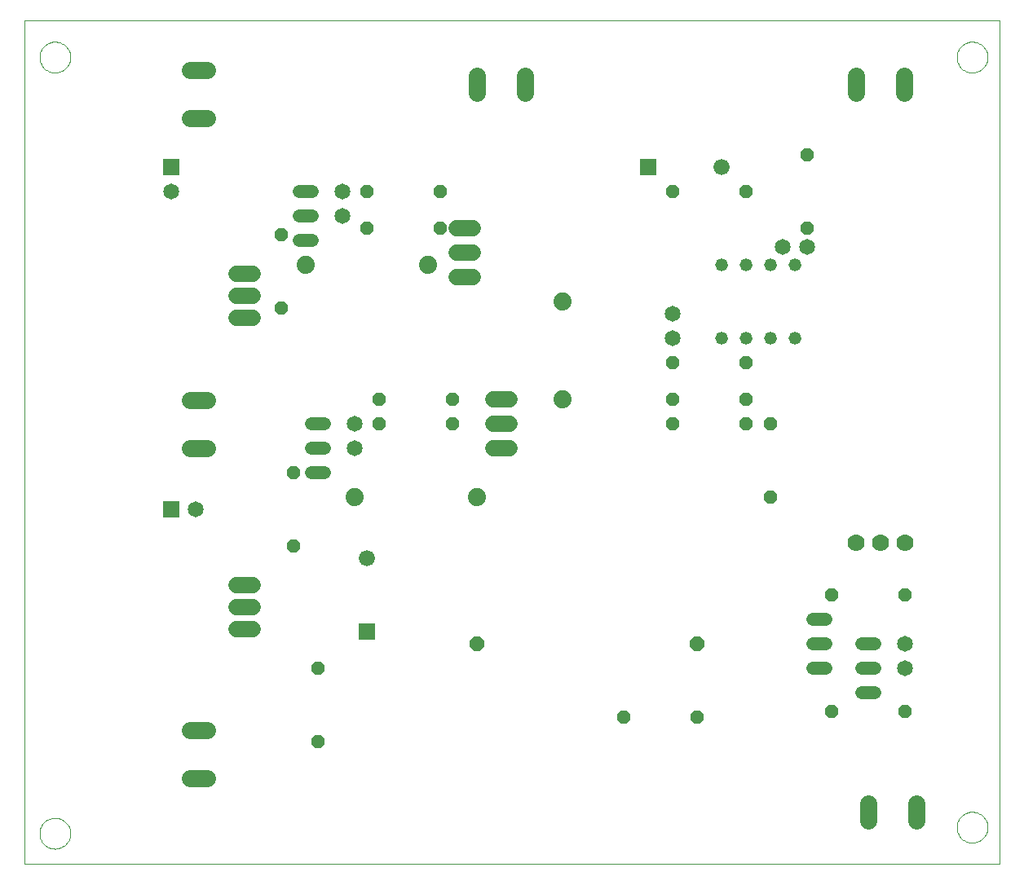
<source format=gtl>
G75*
%MOIN*%
%OFA0B0*%
%FSLAX24Y24*%
%IPPOS*%
%LPD*%
%AMOC8*
5,1,8,0,0,1.08239X$1,22.5*
%
%ADD10C,0.0000*%
%ADD11C,0.0520*%
%ADD12OC8,0.0520*%
%ADD13C,0.0650*%
%ADD14C,0.0520*%
%ADD15C,0.0700*%
%ADD16C,0.0660*%
%ADD17OC8,0.0600*%
%ADD18C,0.0660*%
%ADD19R,0.0650X0.0650*%
%ADD20C,0.0740*%
%ADD21C,0.0700*%
D10*
X000350Y002500D02*
X000350Y036996D01*
X040220Y036996D01*
X040220Y002500D01*
X000350Y002500D01*
X000970Y003750D02*
X000972Y003800D01*
X000978Y003850D01*
X000988Y003899D01*
X001002Y003947D01*
X001019Y003994D01*
X001040Y004039D01*
X001065Y004083D01*
X001093Y004124D01*
X001125Y004163D01*
X001159Y004200D01*
X001196Y004234D01*
X001236Y004264D01*
X001278Y004291D01*
X001322Y004315D01*
X001368Y004336D01*
X001415Y004352D01*
X001463Y004365D01*
X001513Y004374D01*
X001562Y004379D01*
X001613Y004380D01*
X001663Y004377D01*
X001712Y004370D01*
X001761Y004359D01*
X001809Y004344D01*
X001855Y004326D01*
X001900Y004304D01*
X001943Y004278D01*
X001984Y004249D01*
X002023Y004217D01*
X002059Y004182D01*
X002091Y004144D01*
X002121Y004104D01*
X002148Y004061D01*
X002171Y004017D01*
X002190Y003971D01*
X002206Y003923D01*
X002218Y003874D01*
X002226Y003825D01*
X002230Y003775D01*
X002230Y003725D01*
X002226Y003675D01*
X002218Y003626D01*
X002206Y003577D01*
X002190Y003529D01*
X002171Y003483D01*
X002148Y003439D01*
X002121Y003396D01*
X002091Y003356D01*
X002059Y003318D01*
X002023Y003283D01*
X001984Y003251D01*
X001943Y003222D01*
X001900Y003196D01*
X001855Y003174D01*
X001809Y003156D01*
X001761Y003141D01*
X001712Y003130D01*
X001663Y003123D01*
X001613Y003120D01*
X001562Y003121D01*
X001513Y003126D01*
X001463Y003135D01*
X001415Y003148D01*
X001368Y003164D01*
X001322Y003185D01*
X001278Y003209D01*
X001236Y003236D01*
X001196Y003266D01*
X001159Y003300D01*
X001125Y003337D01*
X001093Y003376D01*
X001065Y003417D01*
X001040Y003461D01*
X001019Y003506D01*
X001002Y003553D01*
X000988Y003601D01*
X000978Y003650D01*
X000972Y003700D01*
X000970Y003750D01*
X000970Y035500D02*
X000972Y035550D01*
X000978Y035600D01*
X000988Y035649D01*
X001002Y035697D01*
X001019Y035744D01*
X001040Y035789D01*
X001065Y035833D01*
X001093Y035874D01*
X001125Y035913D01*
X001159Y035950D01*
X001196Y035984D01*
X001236Y036014D01*
X001278Y036041D01*
X001322Y036065D01*
X001368Y036086D01*
X001415Y036102D01*
X001463Y036115D01*
X001513Y036124D01*
X001562Y036129D01*
X001613Y036130D01*
X001663Y036127D01*
X001712Y036120D01*
X001761Y036109D01*
X001809Y036094D01*
X001855Y036076D01*
X001900Y036054D01*
X001943Y036028D01*
X001984Y035999D01*
X002023Y035967D01*
X002059Y035932D01*
X002091Y035894D01*
X002121Y035854D01*
X002148Y035811D01*
X002171Y035767D01*
X002190Y035721D01*
X002206Y035673D01*
X002218Y035624D01*
X002226Y035575D01*
X002230Y035525D01*
X002230Y035475D01*
X002226Y035425D01*
X002218Y035376D01*
X002206Y035327D01*
X002190Y035279D01*
X002171Y035233D01*
X002148Y035189D01*
X002121Y035146D01*
X002091Y035106D01*
X002059Y035068D01*
X002023Y035033D01*
X001984Y035001D01*
X001943Y034972D01*
X001900Y034946D01*
X001855Y034924D01*
X001809Y034906D01*
X001761Y034891D01*
X001712Y034880D01*
X001663Y034873D01*
X001613Y034870D01*
X001562Y034871D01*
X001513Y034876D01*
X001463Y034885D01*
X001415Y034898D01*
X001368Y034914D01*
X001322Y034935D01*
X001278Y034959D01*
X001236Y034986D01*
X001196Y035016D01*
X001159Y035050D01*
X001125Y035087D01*
X001093Y035126D01*
X001065Y035167D01*
X001040Y035211D01*
X001019Y035256D01*
X001002Y035303D01*
X000988Y035351D01*
X000978Y035400D01*
X000972Y035450D01*
X000970Y035500D01*
X038470Y035500D02*
X038472Y035550D01*
X038478Y035600D01*
X038488Y035649D01*
X038502Y035697D01*
X038519Y035744D01*
X038540Y035789D01*
X038565Y035833D01*
X038593Y035874D01*
X038625Y035913D01*
X038659Y035950D01*
X038696Y035984D01*
X038736Y036014D01*
X038778Y036041D01*
X038822Y036065D01*
X038868Y036086D01*
X038915Y036102D01*
X038963Y036115D01*
X039013Y036124D01*
X039062Y036129D01*
X039113Y036130D01*
X039163Y036127D01*
X039212Y036120D01*
X039261Y036109D01*
X039309Y036094D01*
X039355Y036076D01*
X039400Y036054D01*
X039443Y036028D01*
X039484Y035999D01*
X039523Y035967D01*
X039559Y035932D01*
X039591Y035894D01*
X039621Y035854D01*
X039648Y035811D01*
X039671Y035767D01*
X039690Y035721D01*
X039706Y035673D01*
X039718Y035624D01*
X039726Y035575D01*
X039730Y035525D01*
X039730Y035475D01*
X039726Y035425D01*
X039718Y035376D01*
X039706Y035327D01*
X039690Y035279D01*
X039671Y035233D01*
X039648Y035189D01*
X039621Y035146D01*
X039591Y035106D01*
X039559Y035068D01*
X039523Y035033D01*
X039484Y035001D01*
X039443Y034972D01*
X039400Y034946D01*
X039355Y034924D01*
X039309Y034906D01*
X039261Y034891D01*
X039212Y034880D01*
X039163Y034873D01*
X039113Y034870D01*
X039062Y034871D01*
X039013Y034876D01*
X038963Y034885D01*
X038915Y034898D01*
X038868Y034914D01*
X038822Y034935D01*
X038778Y034959D01*
X038736Y034986D01*
X038696Y035016D01*
X038659Y035050D01*
X038625Y035087D01*
X038593Y035126D01*
X038565Y035167D01*
X038540Y035211D01*
X038519Y035256D01*
X038502Y035303D01*
X038488Y035351D01*
X038478Y035400D01*
X038472Y035450D01*
X038470Y035500D01*
X038470Y004000D02*
X038472Y004050D01*
X038478Y004100D01*
X038488Y004149D01*
X038502Y004197D01*
X038519Y004244D01*
X038540Y004289D01*
X038565Y004333D01*
X038593Y004374D01*
X038625Y004413D01*
X038659Y004450D01*
X038696Y004484D01*
X038736Y004514D01*
X038778Y004541D01*
X038822Y004565D01*
X038868Y004586D01*
X038915Y004602D01*
X038963Y004615D01*
X039013Y004624D01*
X039062Y004629D01*
X039113Y004630D01*
X039163Y004627D01*
X039212Y004620D01*
X039261Y004609D01*
X039309Y004594D01*
X039355Y004576D01*
X039400Y004554D01*
X039443Y004528D01*
X039484Y004499D01*
X039523Y004467D01*
X039559Y004432D01*
X039591Y004394D01*
X039621Y004354D01*
X039648Y004311D01*
X039671Y004267D01*
X039690Y004221D01*
X039706Y004173D01*
X039718Y004124D01*
X039726Y004075D01*
X039730Y004025D01*
X039730Y003975D01*
X039726Y003925D01*
X039718Y003876D01*
X039706Y003827D01*
X039690Y003779D01*
X039671Y003733D01*
X039648Y003689D01*
X039621Y003646D01*
X039591Y003606D01*
X039559Y003568D01*
X039523Y003533D01*
X039484Y003501D01*
X039443Y003472D01*
X039400Y003446D01*
X039355Y003424D01*
X039309Y003406D01*
X039261Y003391D01*
X039212Y003380D01*
X039163Y003373D01*
X039113Y003370D01*
X039062Y003371D01*
X039013Y003376D01*
X038963Y003385D01*
X038915Y003398D01*
X038868Y003414D01*
X038822Y003435D01*
X038778Y003459D01*
X038736Y003486D01*
X038696Y003516D01*
X038659Y003550D01*
X038625Y003587D01*
X038593Y003626D01*
X038565Y003667D01*
X038540Y003711D01*
X038519Y003756D01*
X038502Y003803D01*
X038488Y003851D01*
X038478Y003900D01*
X038472Y003950D01*
X038470Y004000D01*
D11*
X031850Y024000D03*
X030850Y024000D03*
X029850Y024000D03*
X028850Y024000D03*
X028850Y027000D03*
X029850Y027000D03*
X030850Y027000D03*
X031850Y027000D03*
D12*
X032350Y028500D03*
X029850Y030000D03*
X032350Y031500D03*
X026850Y030000D03*
X026850Y023000D03*
X026850Y021500D03*
X026850Y020500D03*
X029850Y020500D03*
X030850Y020500D03*
X029850Y021500D03*
X029850Y023000D03*
X030850Y017500D03*
X033350Y013500D03*
X036350Y013500D03*
X036350Y008750D03*
X033350Y008750D03*
X027850Y008500D03*
X024850Y008500D03*
X012350Y007500D03*
X012350Y010500D03*
X011350Y015500D03*
X011350Y018500D03*
X014850Y020500D03*
X014850Y021500D03*
X017850Y021500D03*
X017850Y020500D03*
X010850Y025250D03*
X010850Y028250D03*
X014350Y028500D03*
X014350Y030000D03*
X017350Y030000D03*
X017350Y028500D03*
D13*
X013350Y029000D03*
X013350Y030000D03*
X006350Y030000D03*
X013850Y020500D03*
X013850Y019500D03*
X007350Y017000D03*
X026850Y024000D03*
X026850Y025000D03*
X031350Y027750D03*
X032350Y027750D03*
X036350Y011500D03*
X036350Y010500D03*
D14*
X035110Y010500D02*
X034590Y010500D01*
X034590Y009500D02*
X035110Y009500D01*
X035110Y011500D02*
X034590Y011500D01*
X033110Y011500D02*
X032590Y011500D01*
X032590Y010500D02*
X033110Y010500D01*
X033110Y012500D02*
X032590Y012500D01*
X012610Y018500D02*
X012090Y018500D01*
X012090Y019500D02*
X012610Y019500D01*
X012610Y020500D02*
X012090Y020500D01*
X012110Y028000D02*
X011590Y028000D01*
X011590Y029000D02*
X012110Y029000D01*
X012110Y030000D02*
X011590Y030000D01*
D15*
X007806Y033016D02*
X007106Y033016D01*
X007106Y034984D02*
X007806Y034984D01*
X018866Y034744D02*
X018866Y034044D01*
X020834Y034044D02*
X020834Y034744D01*
X034366Y034744D02*
X034366Y034044D01*
X036334Y034044D02*
X036334Y034744D01*
X007806Y021484D02*
X007106Y021484D01*
X007106Y019516D02*
X007806Y019516D01*
X007806Y007984D02*
X007106Y007984D01*
X007106Y006016D02*
X007806Y006016D01*
X034866Y004956D02*
X034866Y004256D01*
X036834Y004256D02*
X036834Y004956D01*
D16*
X020180Y019500D02*
X019520Y019500D01*
X019520Y020500D02*
X020180Y020500D01*
X020180Y021500D02*
X019520Y021500D01*
X018680Y026500D02*
X018020Y026500D01*
X018020Y027500D02*
X018680Y027500D01*
X018680Y028500D02*
X018020Y028500D01*
X009680Y026650D02*
X009020Y026650D01*
X009020Y025750D02*
X009680Y025750D01*
X009680Y024850D02*
X009020Y024850D01*
X009020Y013900D02*
X009680Y013900D01*
X009680Y013000D02*
X009020Y013000D01*
X009020Y012100D02*
X009680Y012100D01*
D17*
X018850Y011500D03*
X027850Y011500D03*
D18*
X014350Y015000D03*
X028850Y031000D03*
D19*
X025850Y031000D03*
X006350Y031000D03*
X006350Y017000D03*
X014350Y012000D03*
D20*
X013850Y017500D03*
X018850Y017500D03*
X022350Y021500D03*
X022350Y025500D03*
X016850Y027000D03*
X011850Y027000D03*
D21*
X034350Y015625D03*
X035350Y015625D03*
X036350Y015625D03*
M02*

</source>
